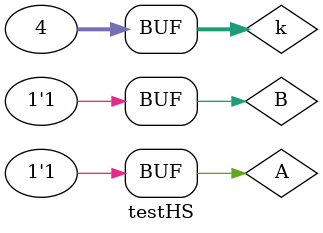
<source format=v>
module testHS();
reg A,B;
wire DIFF,BORR;
//half_subtr hs1(.x(A),.y(B),.d(DIFF),.b(BORR));
half_subtr_df hs2(.x(A),.y(B),.d(DIFF),.b(BORR));
integer k;
initial
begin
{A,B} = 2'b0;
for(k=0;k<4;k=k+1)
begin
#5{A,B} = k;
end
end
initial
begin
$monitor ($time,"  AB = %b%b Difference= %b Borrow = %b",A,B,DIFF,BORR);
end
endmodule

</source>
